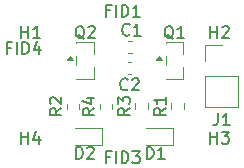
<source format=gbr>
%TF.GenerationSoftware,KiCad,Pcbnew,9.0.5*%
%TF.CreationDate,2025-10-23T10:34:40+02:00*%
%TF.ProjectId,BJT_astable_multivibrator,424a545f-6173-4746-9162-6c655f6d756c,rev?*%
%TF.SameCoordinates,Original*%
%TF.FileFunction,Legend,Top*%
%TF.FilePolarity,Positive*%
%FSLAX46Y46*%
G04 Gerber Fmt 4.6, Leading zero omitted, Abs format (unit mm)*
G04 Created by KiCad (PCBNEW 9.0.5) date 2025-10-23 10:34:40*
%MOMM*%
%LPD*%
G01*
G04 APERTURE LIST*
%ADD10C,0.150000*%
%ADD11C,0.120000*%
G04 APERTURE END LIST*
D10*
X121238095Y-82404819D02*
X121238095Y-81404819D01*
X121238095Y-81881009D02*
X121809523Y-81881009D01*
X121809523Y-82404819D02*
X121809523Y-81404819D01*
X122714285Y-81738152D02*
X122714285Y-82404819D01*
X122476190Y-81357200D02*
X122238095Y-82071485D01*
X122238095Y-82071485D02*
X122857142Y-82071485D01*
X121238095Y-73454819D02*
X121238095Y-72454819D01*
X121238095Y-72931009D02*
X121809523Y-72931009D01*
X121809523Y-73454819D02*
X121809523Y-72454819D01*
X122809523Y-73454819D02*
X122238095Y-73454819D01*
X122523809Y-73454819D02*
X122523809Y-72454819D01*
X122523809Y-72454819D02*
X122428571Y-72597676D01*
X122428571Y-72597676D02*
X122333333Y-72692914D01*
X122333333Y-72692914D02*
X122238095Y-72740533D01*
X137866666Y-79854819D02*
X137866666Y-80569104D01*
X137866666Y-80569104D02*
X137819047Y-80711961D01*
X137819047Y-80711961D02*
X137723809Y-80807200D01*
X137723809Y-80807200D02*
X137580952Y-80854819D01*
X137580952Y-80854819D02*
X137485714Y-80854819D01*
X138866666Y-80854819D02*
X138295238Y-80854819D01*
X138580952Y-80854819D02*
X138580952Y-79854819D01*
X138580952Y-79854819D02*
X138485714Y-79997676D01*
X138485714Y-79997676D02*
X138390476Y-80092914D01*
X138390476Y-80092914D02*
X138295238Y-80140533D01*
X134104761Y-73550057D02*
X134009523Y-73502438D01*
X134009523Y-73502438D02*
X133914285Y-73407200D01*
X133914285Y-73407200D02*
X133771428Y-73264342D01*
X133771428Y-73264342D02*
X133676190Y-73216723D01*
X133676190Y-73216723D02*
X133580952Y-73216723D01*
X133628571Y-73454819D02*
X133533333Y-73407200D01*
X133533333Y-73407200D02*
X133438095Y-73311961D01*
X133438095Y-73311961D02*
X133390476Y-73121485D01*
X133390476Y-73121485D02*
X133390476Y-72788152D01*
X133390476Y-72788152D02*
X133438095Y-72597676D01*
X133438095Y-72597676D02*
X133533333Y-72502438D01*
X133533333Y-72502438D02*
X133628571Y-72454819D01*
X133628571Y-72454819D02*
X133819047Y-72454819D01*
X133819047Y-72454819D02*
X133914285Y-72502438D01*
X133914285Y-72502438D02*
X134009523Y-72597676D01*
X134009523Y-72597676D02*
X134057142Y-72788152D01*
X134057142Y-72788152D02*
X134057142Y-73121485D01*
X134057142Y-73121485D02*
X134009523Y-73311961D01*
X134009523Y-73311961D02*
X133914285Y-73407200D01*
X133914285Y-73407200D02*
X133819047Y-73454819D01*
X133819047Y-73454819D02*
X133628571Y-73454819D01*
X135009523Y-73454819D02*
X134438095Y-73454819D01*
X134723809Y-73454819D02*
X134723809Y-72454819D01*
X134723809Y-72454819D02*
X134628571Y-72597676D01*
X134628571Y-72597676D02*
X134533333Y-72692914D01*
X134533333Y-72692914D02*
X134438095Y-72740533D01*
X137238095Y-73454819D02*
X137238095Y-72454819D01*
X137238095Y-72931009D02*
X137809523Y-72931009D01*
X137809523Y-73454819D02*
X137809523Y-72454819D01*
X138238095Y-72550057D02*
X138285714Y-72502438D01*
X138285714Y-72502438D02*
X138380952Y-72454819D01*
X138380952Y-72454819D02*
X138619047Y-72454819D01*
X138619047Y-72454819D02*
X138714285Y-72502438D01*
X138714285Y-72502438D02*
X138761904Y-72550057D01*
X138761904Y-72550057D02*
X138809523Y-72645295D01*
X138809523Y-72645295D02*
X138809523Y-72740533D01*
X138809523Y-72740533D02*
X138761904Y-72883390D01*
X138761904Y-72883390D02*
X138190476Y-73454819D01*
X138190476Y-73454819D02*
X138809523Y-73454819D01*
X120328571Y-74281009D02*
X119995238Y-74281009D01*
X119995238Y-74804819D02*
X119995238Y-73804819D01*
X119995238Y-73804819D02*
X120471428Y-73804819D01*
X120852381Y-74804819D02*
X120852381Y-73804819D01*
X121328571Y-74804819D02*
X121328571Y-73804819D01*
X121328571Y-73804819D02*
X121566666Y-73804819D01*
X121566666Y-73804819D02*
X121709523Y-73852438D01*
X121709523Y-73852438D02*
X121804761Y-73947676D01*
X121804761Y-73947676D02*
X121852380Y-74042914D01*
X121852380Y-74042914D02*
X121899999Y-74233390D01*
X121899999Y-74233390D02*
X121899999Y-74376247D01*
X121899999Y-74376247D02*
X121852380Y-74566723D01*
X121852380Y-74566723D02*
X121804761Y-74661961D01*
X121804761Y-74661961D02*
X121709523Y-74757200D01*
X121709523Y-74757200D02*
X121566666Y-74804819D01*
X121566666Y-74804819D02*
X121328571Y-74804819D01*
X122757142Y-74138152D02*
X122757142Y-74804819D01*
X122519047Y-73757200D02*
X122280952Y-74471485D01*
X122280952Y-74471485D02*
X122899999Y-74471485D01*
X128728571Y-83531009D02*
X128395238Y-83531009D01*
X128395238Y-84054819D02*
X128395238Y-83054819D01*
X128395238Y-83054819D02*
X128871428Y-83054819D01*
X129252381Y-84054819D02*
X129252381Y-83054819D01*
X129728571Y-84054819D02*
X129728571Y-83054819D01*
X129728571Y-83054819D02*
X129966666Y-83054819D01*
X129966666Y-83054819D02*
X130109523Y-83102438D01*
X130109523Y-83102438D02*
X130204761Y-83197676D01*
X130204761Y-83197676D02*
X130252380Y-83292914D01*
X130252380Y-83292914D02*
X130299999Y-83483390D01*
X130299999Y-83483390D02*
X130299999Y-83626247D01*
X130299999Y-83626247D02*
X130252380Y-83816723D01*
X130252380Y-83816723D02*
X130204761Y-83911961D01*
X130204761Y-83911961D02*
X130109523Y-84007200D01*
X130109523Y-84007200D02*
X129966666Y-84054819D01*
X129966666Y-84054819D02*
X129728571Y-84054819D01*
X130633333Y-83054819D02*
X131252380Y-83054819D01*
X131252380Y-83054819D02*
X130919047Y-83435771D01*
X130919047Y-83435771D02*
X131061904Y-83435771D01*
X131061904Y-83435771D02*
X131157142Y-83483390D01*
X131157142Y-83483390D02*
X131204761Y-83531009D01*
X131204761Y-83531009D02*
X131252380Y-83626247D01*
X131252380Y-83626247D02*
X131252380Y-83864342D01*
X131252380Y-83864342D02*
X131204761Y-83959580D01*
X131204761Y-83959580D02*
X131157142Y-84007200D01*
X131157142Y-84007200D02*
X131061904Y-84054819D01*
X131061904Y-84054819D02*
X130776190Y-84054819D01*
X130776190Y-84054819D02*
X130680952Y-84007200D01*
X130680952Y-84007200D02*
X130633333Y-83959580D01*
X126567261Y-73550057D02*
X126472023Y-73502438D01*
X126472023Y-73502438D02*
X126376785Y-73407200D01*
X126376785Y-73407200D02*
X126233928Y-73264342D01*
X126233928Y-73264342D02*
X126138690Y-73216723D01*
X126138690Y-73216723D02*
X126043452Y-73216723D01*
X126091071Y-73454819D02*
X125995833Y-73407200D01*
X125995833Y-73407200D02*
X125900595Y-73311961D01*
X125900595Y-73311961D02*
X125852976Y-73121485D01*
X125852976Y-73121485D02*
X125852976Y-72788152D01*
X125852976Y-72788152D02*
X125900595Y-72597676D01*
X125900595Y-72597676D02*
X125995833Y-72502438D01*
X125995833Y-72502438D02*
X126091071Y-72454819D01*
X126091071Y-72454819D02*
X126281547Y-72454819D01*
X126281547Y-72454819D02*
X126376785Y-72502438D01*
X126376785Y-72502438D02*
X126472023Y-72597676D01*
X126472023Y-72597676D02*
X126519642Y-72788152D01*
X126519642Y-72788152D02*
X126519642Y-73121485D01*
X126519642Y-73121485D02*
X126472023Y-73311961D01*
X126472023Y-73311961D02*
X126376785Y-73407200D01*
X126376785Y-73407200D02*
X126281547Y-73454819D01*
X126281547Y-73454819D02*
X126091071Y-73454819D01*
X126900595Y-72550057D02*
X126948214Y-72502438D01*
X126948214Y-72502438D02*
X127043452Y-72454819D01*
X127043452Y-72454819D02*
X127281547Y-72454819D01*
X127281547Y-72454819D02*
X127376785Y-72502438D01*
X127376785Y-72502438D02*
X127424404Y-72550057D01*
X127424404Y-72550057D02*
X127472023Y-72645295D01*
X127472023Y-72645295D02*
X127472023Y-72740533D01*
X127472023Y-72740533D02*
X127424404Y-72883390D01*
X127424404Y-72883390D02*
X126852976Y-73454819D01*
X126852976Y-73454819D02*
X127472023Y-73454819D01*
X133468141Y-79391666D02*
X132991950Y-79724999D01*
X133468141Y-79963094D02*
X132468141Y-79963094D01*
X132468141Y-79963094D02*
X132468141Y-79582142D01*
X132468141Y-79582142D02*
X132515760Y-79486904D01*
X132515760Y-79486904D02*
X132563379Y-79439285D01*
X132563379Y-79439285D02*
X132658617Y-79391666D01*
X132658617Y-79391666D02*
X132801474Y-79391666D01*
X132801474Y-79391666D02*
X132896712Y-79439285D01*
X132896712Y-79439285D02*
X132944331Y-79486904D01*
X132944331Y-79486904D02*
X132991950Y-79582142D01*
X132991950Y-79582142D02*
X132991950Y-79963094D01*
X133468141Y-78439285D02*
X133468141Y-79010713D01*
X133468141Y-78724999D02*
X132468141Y-78724999D01*
X132468141Y-78724999D02*
X132610998Y-78820237D01*
X132610998Y-78820237D02*
X132706236Y-78915475D01*
X132706236Y-78915475D02*
X132753855Y-79010713D01*
X124624819Y-79416666D02*
X124148628Y-79749999D01*
X124624819Y-79988094D02*
X123624819Y-79988094D01*
X123624819Y-79988094D02*
X123624819Y-79607142D01*
X123624819Y-79607142D02*
X123672438Y-79511904D01*
X123672438Y-79511904D02*
X123720057Y-79464285D01*
X123720057Y-79464285D02*
X123815295Y-79416666D01*
X123815295Y-79416666D02*
X123958152Y-79416666D01*
X123958152Y-79416666D02*
X124053390Y-79464285D01*
X124053390Y-79464285D02*
X124101009Y-79511904D01*
X124101009Y-79511904D02*
X124148628Y-79607142D01*
X124148628Y-79607142D02*
X124148628Y-79988094D01*
X123720057Y-79035713D02*
X123672438Y-78988094D01*
X123672438Y-78988094D02*
X123624819Y-78892856D01*
X123624819Y-78892856D02*
X123624819Y-78654761D01*
X123624819Y-78654761D02*
X123672438Y-78559523D01*
X123672438Y-78559523D02*
X123720057Y-78511904D01*
X123720057Y-78511904D02*
X123815295Y-78464285D01*
X123815295Y-78464285D02*
X123910533Y-78464285D01*
X123910533Y-78464285D02*
X124053390Y-78511904D01*
X124053390Y-78511904D02*
X124624819Y-79083332D01*
X124624819Y-79083332D02*
X124624819Y-78464285D01*
X137238095Y-82404819D02*
X137238095Y-81404819D01*
X137238095Y-81881009D02*
X137809523Y-81881009D01*
X137809523Y-82404819D02*
X137809523Y-81404819D01*
X138190476Y-81404819D02*
X138809523Y-81404819D01*
X138809523Y-81404819D02*
X138476190Y-81785771D01*
X138476190Y-81785771D02*
X138619047Y-81785771D01*
X138619047Y-81785771D02*
X138714285Y-81833390D01*
X138714285Y-81833390D02*
X138761904Y-81881009D01*
X138761904Y-81881009D02*
X138809523Y-81976247D01*
X138809523Y-81976247D02*
X138809523Y-82214342D01*
X138809523Y-82214342D02*
X138761904Y-82309580D01*
X138761904Y-82309580D02*
X138714285Y-82357200D01*
X138714285Y-82357200D02*
X138619047Y-82404819D01*
X138619047Y-82404819D02*
X138333333Y-82404819D01*
X138333333Y-82404819D02*
X138238095Y-82357200D01*
X138238095Y-82357200D02*
X138190476Y-82309580D01*
X128728571Y-71131009D02*
X128395238Y-71131009D01*
X128395238Y-71654819D02*
X128395238Y-70654819D01*
X128395238Y-70654819D02*
X128871428Y-70654819D01*
X129252381Y-71654819D02*
X129252381Y-70654819D01*
X129728571Y-71654819D02*
X129728571Y-70654819D01*
X129728571Y-70654819D02*
X129966666Y-70654819D01*
X129966666Y-70654819D02*
X130109523Y-70702438D01*
X130109523Y-70702438D02*
X130204761Y-70797676D01*
X130204761Y-70797676D02*
X130252380Y-70892914D01*
X130252380Y-70892914D02*
X130299999Y-71083390D01*
X130299999Y-71083390D02*
X130299999Y-71226247D01*
X130299999Y-71226247D02*
X130252380Y-71416723D01*
X130252380Y-71416723D02*
X130204761Y-71511961D01*
X130204761Y-71511961D02*
X130109523Y-71607200D01*
X130109523Y-71607200D02*
X129966666Y-71654819D01*
X129966666Y-71654819D02*
X129728571Y-71654819D01*
X131252380Y-71654819D02*
X130680952Y-71654819D01*
X130966666Y-71654819D02*
X130966666Y-70654819D01*
X130966666Y-70654819D02*
X130871428Y-70797676D01*
X130871428Y-70797676D02*
X130776190Y-70892914D01*
X130776190Y-70892914D02*
X130680952Y-70940533D01*
X127424819Y-79416666D02*
X126948628Y-79749999D01*
X127424819Y-79988094D02*
X126424819Y-79988094D01*
X126424819Y-79988094D02*
X126424819Y-79607142D01*
X126424819Y-79607142D02*
X126472438Y-79511904D01*
X126472438Y-79511904D02*
X126520057Y-79464285D01*
X126520057Y-79464285D02*
X126615295Y-79416666D01*
X126615295Y-79416666D02*
X126758152Y-79416666D01*
X126758152Y-79416666D02*
X126853390Y-79464285D01*
X126853390Y-79464285D02*
X126901009Y-79511904D01*
X126901009Y-79511904D02*
X126948628Y-79607142D01*
X126948628Y-79607142D02*
X126948628Y-79988094D01*
X126758152Y-78559523D02*
X127424819Y-78559523D01*
X126377200Y-78797618D02*
X127091485Y-79035713D01*
X127091485Y-79035713D02*
X127091485Y-78416666D01*
X131861905Y-83684819D02*
X131861905Y-82684819D01*
X131861905Y-82684819D02*
X132100000Y-82684819D01*
X132100000Y-82684819D02*
X132242857Y-82732438D01*
X132242857Y-82732438D02*
X132338095Y-82827676D01*
X132338095Y-82827676D02*
X132385714Y-82922914D01*
X132385714Y-82922914D02*
X132433333Y-83113390D01*
X132433333Y-83113390D02*
X132433333Y-83256247D01*
X132433333Y-83256247D02*
X132385714Y-83446723D01*
X132385714Y-83446723D02*
X132338095Y-83541961D01*
X132338095Y-83541961D02*
X132242857Y-83637200D01*
X132242857Y-83637200D02*
X132100000Y-83684819D01*
X132100000Y-83684819D02*
X131861905Y-83684819D01*
X133385714Y-83684819D02*
X132814286Y-83684819D01*
X133100000Y-83684819D02*
X133100000Y-82684819D01*
X133100000Y-82684819D02*
X133004762Y-82827676D01*
X133004762Y-82827676D02*
X132909524Y-82922914D01*
X132909524Y-82922914D02*
X132814286Y-82970533D01*
X130233333Y-77789580D02*
X130185714Y-77837200D01*
X130185714Y-77837200D02*
X130042857Y-77884819D01*
X130042857Y-77884819D02*
X129947619Y-77884819D01*
X129947619Y-77884819D02*
X129804762Y-77837200D01*
X129804762Y-77837200D02*
X129709524Y-77741961D01*
X129709524Y-77741961D02*
X129661905Y-77646723D01*
X129661905Y-77646723D02*
X129614286Y-77456247D01*
X129614286Y-77456247D02*
X129614286Y-77313390D01*
X129614286Y-77313390D02*
X129661905Y-77122914D01*
X129661905Y-77122914D02*
X129709524Y-77027676D01*
X129709524Y-77027676D02*
X129804762Y-76932438D01*
X129804762Y-76932438D02*
X129947619Y-76884819D01*
X129947619Y-76884819D02*
X130042857Y-76884819D01*
X130042857Y-76884819D02*
X130185714Y-76932438D01*
X130185714Y-76932438D02*
X130233333Y-76980057D01*
X130614286Y-76980057D02*
X130661905Y-76932438D01*
X130661905Y-76932438D02*
X130757143Y-76884819D01*
X130757143Y-76884819D02*
X130995238Y-76884819D01*
X130995238Y-76884819D02*
X131090476Y-76932438D01*
X131090476Y-76932438D02*
X131138095Y-76980057D01*
X131138095Y-76980057D02*
X131185714Y-77075295D01*
X131185714Y-77075295D02*
X131185714Y-77170533D01*
X131185714Y-77170533D02*
X131138095Y-77313390D01*
X131138095Y-77313390D02*
X130566667Y-77884819D01*
X130566667Y-77884819D02*
X131185714Y-77884819D01*
X130424819Y-79391666D02*
X129948628Y-79724999D01*
X130424819Y-79963094D02*
X129424819Y-79963094D01*
X129424819Y-79963094D02*
X129424819Y-79582142D01*
X129424819Y-79582142D02*
X129472438Y-79486904D01*
X129472438Y-79486904D02*
X129520057Y-79439285D01*
X129520057Y-79439285D02*
X129615295Y-79391666D01*
X129615295Y-79391666D02*
X129758152Y-79391666D01*
X129758152Y-79391666D02*
X129853390Y-79439285D01*
X129853390Y-79439285D02*
X129901009Y-79486904D01*
X129901009Y-79486904D02*
X129948628Y-79582142D01*
X129948628Y-79582142D02*
X129948628Y-79963094D01*
X129424819Y-79058332D02*
X129424819Y-78439285D01*
X129424819Y-78439285D02*
X129805771Y-78772618D01*
X129805771Y-78772618D02*
X129805771Y-78629761D01*
X129805771Y-78629761D02*
X129853390Y-78534523D01*
X129853390Y-78534523D02*
X129901009Y-78486904D01*
X129901009Y-78486904D02*
X129996247Y-78439285D01*
X129996247Y-78439285D02*
X130234342Y-78439285D01*
X130234342Y-78439285D02*
X130329580Y-78486904D01*
X130329580Y-78486904D02*
X130377200Y-78534523D01*
X130377200Y-78534523D02*
X130424819Y-78629761D01*
X130424819Y-78629761D02*
X130424819Y-78915475D01*
X130424819Y-78915475D02*
X130377200Y-79010713D01*
X130377200Y-79010713D02*
X130329580Y-79058332D01*
X130398913Y-73159580D02*
X130351294Y-73207200D01*
X130351294Y-73207200D02*
X130208437Y-73254819D01*
X130208437Y-73254819D02*
X130113199Y-73254819D01*
X130113199Y-73254819D02*
X129970342Y-73207200D01*
X129970342Y-73207200D02*
X129875104Y-73111961D01*
X129875104Y-73111961D02*
X129827485Y-73016723D01*
X129827485Y-73016723D02*
X129779866Y-72826247D01*
X129779866Y-72826247D02*
X129779866Y-72683390D01*
X129779866Y-72683390D02*
X129827485Y-72492914D01*
X129827485Y-72492914D02*
X129875104Y-72397676D01*
X129875104Y-72397676D02*
X129970342Y-72302438D01*
X129970342Y-72302438D02*
X130113199Y-72254819D01*
X130113199Y-72254819D02*
X130208437Y-72254819D01*
X130208437Y-72254819D02*
X130351294Y-72302438D01*
X130351294Y-72302438D02*
X130398913Y-72350057D01*
X131351294Y-73254819D02*
X130779866Y-73254819D01*
X131065580Y-73254819D02*
X131065580Y-72254819D01*
X131065580Y-72254819D02*
X130970342Y-72397676D01*
X130970342Y-72397676D02*
X130875104Y-72492914D01*
X130875104Y-72492914D02*
X130779866Y-72540533D01*
X125861905Y-83684819D02*
X125861905Y-82684819D01*
X125861905Y-82684819D02*
X126100000Y-82684819D01*
X126100000Y-82684819D02*
X126242857Y-82732438D01*
X126242857Y-82732438D02*
X126338095Y-82827676D01*
X126338095Y-82827676D02*
X126385714Y-82922914D01*
X126385714Y-82922914D02*
X126433333Y-83113390D01*
X126433333Y-83113390D02*
X126433333Y-83256247D01*
X126433333Y-83256247D02*
X126385714Y-83446723D01*
X126385714Y-83446723D02*
X126338095Y-83541961D01*
X126338095Y-83541961D02*
X126242857Y-83637200D01*
X126242857Y-83637200D02*
X126100000Y-83684819D01*
X126100000Y-83684819D02*
X125861905Y-83684819D01*
X126814286Y-82780057D02*
X126861905Y-82732438D01*
X126861905Y-82732438D02*
X126957143Y-82684819D01*
X126957143Y-82684819D02*
X127195238Y-82684819D01*
X127195238Y-82684819D02*
X127290476Y-82732438D01*
X127290476Y-82732438D02*
X127338095Y-82780057D01*
X127338095Y-82780057D02*
X127385714Y-82875295D01*
X127385714Y-82875295D02*
X127385714Y-82970533D01*
X127385714Y-82970533D02*
X127338095Y-83113390D01*
X127338095Y-83113390D02*
X126766667Y-83684819D01*
X126766667Y-83684819D02*
X127385714Y-83684819D01*
D11*
%TO.C,J1*%
X136820000Y-74020000D02*
X138200000Y-74020000D01*
X136820000Y-75400000D02*
X136820000Y-74020000D01*
X136820000Y-76670000D02*
X136820000Y-79320000D01*
X136820000Y-76670000D02*
X139580000Y-76670000D01*
X136820000Y-79320000D02*
X139580000Y-79320000D01*
X139580000Y-76670000D02*
X139580000Y-79320000D01*
%TO.C,Q1*%
X133440000Y-73840000D02*
X134960000Y-73840000D01*
X133440000Y-73890000D02*
X133440000Y-73840000D01*
X133440000Y-75790000D02*
X133440000Y-75010000D01*
X133440000Y-76960000D02*
X133440000Y-76910000D01*
X134960000Y-73840000D02*
X134960000Y-74840000D01*
X134960000Y-75960000D02*
X134960000Y-76960000D01*
X134960000Y-76960000D02*
X133440000Y-76960000D01*
X133140000Y-75350000D02*
X132660000Y-75350000D01*
X132900000Y-75020000D01*
X133140000Y-75350000D01*
G36*
X133140000Y-75350000D02*
G01*
X132660000Y-75350000D01*
X132900000Y-75020000D01*
X133140000Y-75350000D01*
G37*
%TO.C,Q2*%
X125902500Y-73840000D02*
X127422500Y-73840000D01*
X125902500Y-73890000D02*
X125902500Y-73840000D01*
X125902500Y-75790000D02*
X125902500Y-75010000D01*
X125902500Y-76960000D02*
X125902500Y-76910000D01*
X127422500Y-73840000D02*
X127422500Y-74840000D01*
X127422500Y-75960000D02*
X127422500Y-76960000D01*
X127422500Y-76960000D02*
X125902500Y-76960000D01*
X125602500Y-75350000D02*
X125122500Y-75350000D01*
X125362500Y-75020000D01*
X125602500Y-75350000D01*
G36*
X125602500Y-75350000D02*
G01*
X125122500Y-75350000D01*
X125362500Y-75020000D01*
X125602500Y-75350000D01*
G37*
%TO.C,R1*%
X133920822Y-79462258D02*
X133920822Y-78987742D01*
X134965822Y-79462258D02*
X134965822Y-78987742D01*
%TO.C,R2*%
X125077500Y-79487258D02*
X125077500Y-79012742D01*
X126122500Y-79487258D02*
X126122500Y-79012742D01*
%TO.C,R4*%
X127877500Y-79487258D02*
X127877500Y-79012742D01*
X128922500Y-79487258D02*
X128922500Y-79012742D01*
%TO.C,D1*%
X131800000Y-82535000D02*
X134085000Y-82535000D01*
X134085000Y-81065000D02*
X131800000Y-81065000D01*
X134085000Y-82535000D02*
X134085000Y-81065000D01*
%TO.C,C2*%
X130540580Y-75490000D02*
X130259420Y-75490000D01*
X130540580Y-76510000D02*
X130259420Y-76510000D01*
%TO.C,R3*%
X130877500Y-79462258D02*
X130877500Y-78987742D01*
X131922500Y-79462258D02*
X131922500Y-78987742D01*
%TO.C,C1*%
X130565580Y-73690000D02*
X130284420Y-73690000D01*
X130565580Y-74710000D02*
X130284420Y-74710000D01*
%TO.C,D2*%
X125800000Y-82535000D02*
X128085000Y-82535000D01*
X128085000Y-81065000D02*
X125800000Y-81065000D01*
X128085000Y-82535000D02*
X128085000Y-81065000D01*
%TD*%
M02*

</source>
